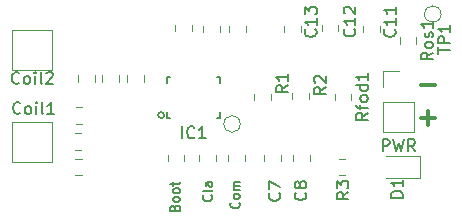
<source format=gbr>
G04 #@! TF.GenerationSoftware,KiCad,Pcbnew,(5.1.5-0-10_14)*
G04 #@! TF.CreationDate,2020-05-14T00:27:54+02:00*
G04 #@! TF.ProjectId,final,66696e61-6c2e-46b6-9963-61645f706362,rev?*
G04 #@! TF.SameCoordinates,Original*
G04 #@! TF.FileFunction,Legend,Top*
G04 #@! TF.FilePolarity,Positive*
%FSLAX46Y46*%
G04 Gerber Fmt 4.6, Leading zero omitted, Abs format (unit mm)*
G04 Created by KiCad (PCBNEW (5.1.5-0-10_14)) date 2020-05-14 00:27:54*
%MOMM*%
%LPD*%
G04 APERTURE LIST*
%ADD10C,0.300000*%
%ADD11C,0.150000*%
%ADD12C,0.120000*%
G04 APERTURE END LIST*
D10*
X55028571Y-20907142D02*
X56171428Y-20907142D01*
X55028571Y-23707142D02*
X56171428Y-23707142D01*
X55600000Y-24278571D02*
X55600000Y-23135714D01*
D11*
X39585714Y-30847619D02*
X39623809Y-30885714D01*
X39661904Y-31000000D01*
X39661904Y-31076190D01*
X39623809Y-31190476D01*
X39547619Y-31266666D01*
X39471428Y-31304761D01*
X39319047Y-31342857D01*
X39204761Y-31342857D01*
X39052380Y-31304761D01*
X38976190Y-31266666D01*
X38900000Y-31190476D01*
X38861904Y-31076190D01*
X38861904Y-31000000D01*
X38900000Y-30885714D01*
X38938095Y-30847619D01*
X39661904Y-30390476D02*
X39623809Y-30466666D01*
X39585714Y-30504761D01*
X39509523Y-30542857D01*
X39280952Y-30542857D01*
X39204761Y-30504761D01*
X39166666Y-30466666D01*
X39128571Y-30390476D01*
X39128571Y-30276190D01*
X39166666Y-30200000D01*
X39204761Y-30161904D01*
X39280952Y-30123809D01*
X39509523Y-30123809D01*
X39585714Y-30161904D01*
X39623809Y-30200000D01*
X39661904Y-30276190D01*
X39661904Y-30390476D01*
X39661904Y-29780952D02*
X39128571Y-29780952D01*
X39204761Y-29780952D02*
X39166666Y-29742857D01*
X39128571Y-29666666D01*
X39128571Y-29552380D01*
X39166666Y-29476190D01*
X39242857Y-29438095D01*
X39661904Y-29438095D01*
X39242857Y-29438095D02*
X39166666Y-29400000D01*
X39128571Y-29323809D01*
X39128571Y-29209523D01*
X39166666Y-29133333D01*
X39242857Y-29095238D01*
X39661904Y-29095238D01*
X37235714Y-30223809D02*
X37273809Y-30261904D01*
X37311904Y-30376190D01*
X37311904Y-30452380D01*
X37273809Y-30566666D01*
X37197619Y-30642857D01*
X37121428Y-30680952D01*
X36969047Y-30719047D01*
X36854761Y-30719047D01*
X36702380Y-30680952D01*
X36626190Y-30642857D01*
X36550000Y-30566666D01*
X36511904Y-30452380D01*
X36511904Y-30376190D01*
X36550000Y-30261904D01*
X36588095Y-30223809D01*
X37311904Y-29766666D02*
X37273809Y-29842857D01*
X37197619Y-29880952D01*
X36511904Y-29880952D01*
X37311904Y-29119047D02*
X36892857Y-29119047D01*
X36816666Y-29157142D01*
X36778571Y-29233333D01*
X36778571Y-29385714D01*
X36816666Y-29461904D01*
X37273809Y-29119047D02*
X37311904Y-29195238D01*
X37311904Y-29385714D01*
X37273809Y-29461904D01*
X37197619Y-29500000D01*
X37121428Y-29500000D01*
X37045238Y-29461904D01*
X37007142Y-29385714D01*
X37007142Y-29195238D01*
X36969047Y-29119047D01*
X34142857Y-31295238D02*
X34180952Y-31180952D01*
X34219047Y-31142857D01*
X34295238Y-31104761D01*
X34409523Y-31104761D01*
X34485714Y-31142857D01*
X34523809Y-31180952D01*
X34561904Y-31257142D01*
X34561904Y-31561904D01*
X33761904Y-31561904D01*
X33761904Y-31295238D01*
X33800000Y-31219047D01*
X33838095Y-31180952D01*
X33914285Y-31142857D01*
X33990476Y-31142857D01*
X34066666Y-31180952D01*
X34104761Y-31219047D01*
X34142857Y-31295238D01*
X34142857Y-31561904D01*
X34561904Y-30647619D02*
X34523809Y-30723809D01*
X34485714Y-30761904D01*
X34409523Y-30800000D01*
X34180952Y-30800000D01*
X34104761Y-30761904D01*
X34066666Y-30723809D01*
X34028571Y-30647619D01*
X34028571Y-30533333D01*
X34066666Y-30457142D01*
X34104761Y-30419047D01*
X34180952Y-30380952D01*
X34409523Y-30380952D01*
X34485714Y-30419047D01*
X34523809Y-30457142D01*
X34561904Y-30533333D01*
X34561904Y-30647619D01*
X34561904Y-29923809D02*
X34523809Y-30000000D01*
X34485714Y-30038095D01*
X34409523Y-30076190D01*
X34180952Y-30076190D01*
X34104761Y-30038095D01*
X34066666Y-30000000D01*
X34028571Y-29923809D01*
X34028571Y-29809523D01*
X34066666Y-29733333D01*
X34104761Y-29695238D01*
X34180952Y-29657142D01*
X34409523Y-29657142D01*
X34485714Y-29695238D01*
X34523809Y-29733333D01*
X34561904Y-29809523D01*
X34561904Y-29923809D01*
X34028571Y-29428571D02*
X34028571Y-29123809D01*
X33761904Y-29314285D02*
X34447619Y-29314285D01*
X34523809Y-29276190D01*
X34561904Y-29200000D01*
X34561904Y-29123809D01*
D12*
X53190000Y-16863748D02*
X53190000Y-17386252D01*
X54610000Y-16863748D02*
X54610000Y-17386252D01*
X47690000Y-21638748D02*
X47690000Y-22161252D01*
X49110000Y-21638748D02*
X49110000Y-22161252D01*
X48548752Y-27140000D02*
X48026248Y-27140000D01*
X48548752Y-28560000D02*
X48026248Y-28560000D01*
X45510000Y-22086252D02*
X45510000Y-21563748D01*
X44090000Y-22086252D02*
X44090000Y-21563748D01*
X40890000Y-21638748D02*
X40890000Y-22161252D01*
X42310000Y-21638748D02*
X42310000Y-22161252D01*
X40185000Y-16386252D02*
X40185000Y-15863748D01*
X38765000Y-16386252D02*
X38765000Y-15863748D01*
X38690000Y-26813748D02*
X38690000Y-27336252D01*
X40110000Y-26813748D02*
X40110000Y-27336252D01*
X37985000Y-16386252D02*
X37985000Y-15863748D01*
X36565000Y-16386252D02*
X36565000Y-15863748D01*
X36190000Y-26813748D02*
X36190000Y-27336252D01*
X37610000Y-26813748D02*
X37610000Y-27336252D01*
X35610000Y-16361252D02*
X35610000Y-15838748D01*
X34190000Y-16361252D02*
X34190000Y-15838748D01*
X33540000Y-26813748D02*
X33540000Y-27336252D01*
X34960000Y-26813748D02*
X34960000Y-27336252D01*
X44810000Y-16386252D02*
X44810000Y-15863748D01*
X43390000Y-16386252D02*
X43390000Y-15863748D01*
X48010000Y-16311252D02*
X48010000Y-15788748D01*
X46590000Y-16311252D02*
X46590000Y-15788748D01*
X51510000Y-16386252D02*
X51510000Y-15863748D01*
X50090000Y-16386252D02*
X50090000Y-15863748D01*
X44140000Y-26788748D02*
X44140000Y-27311252D01*
X45560000Y-26788748D02*
X45560000Y-27311252D01*
X41690000Y-26813748D02*
X41690000Y-27336252D01*
X43110000Y-26813748D02*
X43110000Y-27336252D01*
X31510000Y-20611252D02*
X31510000Y-20088748D01*
X30090000Y-20611252D02*
X30090000Y-20088748D01*
X27360000Y-20611252D02*
X27360000Y-20088748D01*
X25940000Y-20611252D02*
X25940000Y-20088748D01*
X29410000Y-20611252D02*
X29410000Y-20088748D01*
X27990000Y-20611252D02*
X27990000Y-20088748D01*
X26286252Y-22790000D02*
X25763748Y-22790000D01*
X26286252Y-24210000D02*
X25763748Y-24210000D01*
X26211252Y-24940000D02*
X25688748Y-24940000D01*
X26211252Y-26360000D02*
X25688748Y-26360000D01*
X26261252Y-27140000D02*
X25738748Y-27140000D01*
X26261252Y-28560000D02*
X25738748Y-28560000D01*
X54935000Y-26890000D02*
X52075000Y-26890000D01*
X54935000Y-28810000D02*
X54935000Y-26890000D01*
X52075000Y-28810000D02*
X54935000Y-28810000D01*
X39700000Y-24200000D02*
G75*
G03X39700000Y-24200000I-700000J0D01*
G01*
X56700000Y-14900000D02*
G75*
G03X56700000Y-14900000I-700000J0D01*
G01*
X51770000Y-19720000D02*
X53100000Y-19720000D01*
X51770000Y-21050000D02*
X51770000Y-19720000D01*
X51770000Y-22320000D02*
X54430000Y-22320000D01*
X54430000Y-22320000D02*
X54430000Y-24920000D01*
X51770000Y-22320000D02*
X51770000Y-24920000D01*
X51770000Y-24920000D02*
X54430000Y-24920000D01*
D11*
X33250000Y-23450000D02*
G75*
G03X33250000Y-23450000I-250000J0D01*
G01*
X33500000Y-23200000D02*
X33500000Y-23700000D01*
X33500000Y-23700000D02*
X33750000Y-23700000D01*
X37750000Y-23700000D02*
X38000000Y-23700000D01*
X38000000Y-23700000D02*
X38000000Y-23200000D01*
X38000000Y-20700000D02*
X38000000Y-20200000D01*
X38000000Y-20200000D02*
X37750000Y-20200000D01*
X33750000Y-20200000D02*
X33500000Y-20200000D01*
X33500000Y-20200000D02*
X33500000Y-20700000D01*
D12*
X23800000Y-16250000D02*
X23800000Y-19650000D01*
X20400000Y-16250000D02*
X23800000Y-16250000D01*
X20400000Y-19650000D02*
X20400000Y-16250000D01*
X23800000Y-19650000D02*
X20400000Y-19650000D01*
X23800000Y-24000000D02*
X23800000Y-27400000D01*
X20400000Y-24000000D02*
X23800000Y-24000000D01*
X20400000Y-27400000D02*
X20400000Y-24000000D01*
X23800000Y-27400000D02*
X20400000Y-27400000D01*
D11*
X56002380Y-18148809D02*
X55526190Y-18482142D01*
X56002380Y-18720238D02*
X55002380Y-18720238D01*
X55002380Y-18339285D01*
X55050000Y-18244047D01*
X55097619Y-18196428D01*
X55192857Y-18148809D01*
X55335714Y-18148809D01*
X55430952Y-18196428D01*
X55478571Y-18244047D01*
X55526190Y-18339285D01*
X55526190Y-18720238D01*
X56002380Y-17577380D02*
X55954761Y-17672619D01*
X55907142Y-17720238D01*
X55811904Y-17767857D01*
X55526190Y-17767857D01*
X55430952Y-17720238D01*
X55383333Y-17672619D01*
X55335714Y-17577380D01*
X55335714Y-17434523D01*
X55383333Y-17339285D01*
X55430952Y-17291666D01*
X55526190Y-17244047D01*
X55811904Y-17244047D01*
X55907142Y-17291666D01*
X55954761Y-17339285D01*
X56002380Y-17434523D01*
X56002380Y-17577380D01*
X55954761Y-16863095D02*
X56002380Y-16767857D01*
X56002380Y-16577380D01*
X55954761Y-16482142D01*
X55859523Y-16434523D01*
X55811904Y-16434523D01*
X55716666Y-16482142D01*
X55669047Y-16577380D01*
X55669047Y-16720238D01*
X55621428Y-16815476D01*
X55526190Y-16863095D01*
X55478571Y-16863095D01*
X55383333Y-16815476D01*
X55335714Y-16720238D01*
X55335714Y-16577380D01*
X55383333Y-16482142D01*
X56002380Y-15482142D02*
X56002380Y-16053571D01*
X56002380Y-15767857D02*
X55002380Y-15767857D01*
X55145238Y-15863095D01*
X55240476Y-15958333D01*
X55288095Y-16053571D01*
X50502380Y-23257142D02*
X50026190Y-23590476D01*
X50502380Y-23828571D02*
X49502380Y-23828571D01*
X49502380Y-23447619D01*
X49550000Y-23352380D01*
X49597619Y-23304761D01*
X49692857Y-23257142D01*
X49835714Y-23257142D01*
X49930952Y-23304761D01*
X49978571Y-23352380D01*
X50026190Y-23447619D01*
X50026190Y-23828571D01*
X49835714Y-22971428D02*
X49835714Y-22590476D01*
X50502380Y-22828571D02*
X49645238Y-22828571D01*
X49550000Y-22780952D01*
X49502380Y-22685714D01*
X49502380Y-22590476D01*
X50502380Y-22114285D02*
X50454761Y-22209523D01*
X50407142Y-22257142D01*
X50311904Y-22304761D01*
X50026190Y-22304761D01*
X49930952Y-22257142D01*
X49883333Y-22209523D01*
X49835714Y-22114285D01*
X49835714Y-21971428D01*
X49883333Y-21876190D01*
X49930952Y-21828571D01*
X50026190Y-21780952D01*
X50311904Y-21780952D01*
X50407142Y-21828571D01*
X50454761Y-21876190D01*
X50502380Y-21971428D01*
X50502380Y-22114285D01*
X50502380Y-20923809D02*
X49502380Y-20923809D01*
X50454761Y-20923809D02*
X50502380Y-21019047D01*
X50502380Y-21209523D01*
X50454761Y-21304761D01*
X50407142Y-21352380D01*
X50311904Y-21400000D01*
X50026190Y-21400000D01*
X49930952Y-21352380D01*
X49883333Y-21304761D01*
X49835714Y-21209523D01*
X49835714Y-21019047D01*
X49883333Y-20923809D01*
X50502380Y-19923809D02*
X50502380Y-20495238D01*
X50502380Y-20209523D02*
X49502380Y-20209523D01*
X49645238Y-20304761D01*
X49740476Y-20400000D01*
X49788095Y-20495238D01*
X48852380Y-29966666D02*
X48376190Y-30300000D01*
X48852380Y-30538095D02*
X47852380Y-30538095D01*
X47852380Y-30157142D01*
X47900000Y-30061904D01*
X47947619Y-30014285D01*
X48042857Y-29966666D01*
X48185714Y-29966666D01*
X48280952Y-30014285D01*
X48328571Y-30061904D01*
X48376190Y-30157142D01*
X48376190Y-30538095D01*
X47852380Y-29633333D02*
X47852380Y-29014285D01*
X48233333Y-29347619D01*
X48233333Y-29204761D01*
X48280952Y-29109523D01*
X48328571Y-29061904D01*
X48423809Y-29014285D01*
X48661904Y-29014285D01*
X48757142Y-29061904D01*
X48804761Y-29109523D01*
X48852380Y-29204761D01*
X48852380Y-29490476D01*
X48804761Y-29585714D01*
X48757142Y-29633333D01*
X46952380Y-21079166D02*
X46476190Y-21412500D01*
X46952380Y-21650595D02*
X45952380Y-21650595D01*
X45952380Y-21269642D01*
X46000000Y-21174404D01*
X46047619Y-21126785D01*
X46142857Y-21079166D01*
X46285714Y-21079166D01*
X46380952Y-21126785D01*
X46428571Y-21174404D01*
X46476190Y-21269642D01*
X46476190Y-21650595D01*
X46047619Y-20698214D02*
X46000000Y-20650595D01*
X45952380Y-20555357D01*
X45952380Y-20317261D01*
X46000000Y-20222023D01*
X46047619Y-20174404D01*
X46142857Y-20126785D01*
X46238095Y-20126785D01*
X46380952Y-20174404D01*
X46952380Y-20745833D01*
X46952380Y-20126785D01*
X43727380Y-20929166D02*
X43251190Y-21262500D01*
X43727380Y-21500595D02*
X42727380Y-21500595D01*
X42727380Y-21119642D01*
X42775000Y-21024404D01*
X42822619Y-20976785D01*
X42917857Y-20929166D01*
X43060714Y-20929166D01*
X43155952Y-20976785D01*
X43203571Y-21024404D01*
X43251190Y-21119642D01*
X43251190Y-21500595D01*
X43727380Y-19976785D02*
X43727380Y-20548214D01*
X43727380Y-20262500D02*
X42727380Y-20262500D01*
X42870238Y-20357738D01*
X42965476Y-20452976D01*
X43013095Y-20548214D01*
X46057142Y-16192857D02*
X46104761Y-16240476D01*
X46152380Y-16383333D01*
X46152380Y-16478571D01*
X46104761Y-16621428D01*
X46009523Y-16716666D01*
X45914285Y-16764285D01*
X45723809Y-16811904D01*
X45580952Y-16811904D01*
X45390476Y-16764285D01*
X45295238Y-16716666D01*
X45200000Y-16621428D01*
X45152380Y-16478571D01*
X45152380Y-16383333D01*
X45200000Y-16240476D01*
X45247619Y-16192857D01*
X46152380Y-15240476D02*
X46152380Y-15811904D01*
X46152380Y-15526190D02*
X45152380Y-15526190D01*
X45295238Y-15621428D01*
X45390476Y-15716666D01*
X45438095Y-15811904D01*
X45152380Y-14907142D02*
X45152380Y-14288095D01*
X45533333Y-14621428D01*
X45533333Y-14478571D01*
X45580952Y-14383333D01*
X45628571Y-14335714D01*
X45723809Y-14288095D01*
X45961904Y-14288095D01*
X46057142Y-14335714D01*
X46104761Y-14383333D01*
X46152380Y-14478571D01*
X46152380Y-14764285D01*
X46104761Y-14859523D01*
X46057142Y-14907142D01*
X49357142Y-16167857D02*
X49404761Y-16215476D01*
X49452380Y-16358333D01*
X49452380Y-16453571D01*
X49404761Y-16596428D01*
X49309523Y-16691666D01*
X49214285Y-16739285D01*
X49023809Y-16786904D01*
X48880952Y-16786904D01*
X48690476Y-16739285D01*
X48595238Y-16691666D01*
X48500000Y-16596428D01*
X48452380Y-16453571D01*
X48452380Y-16358333D01*
X48500000Y-16215476D01*
X48547619Y-16167857D01*
X49452380Y-15215476D02*
X49452380Y-15786904D01*
X49452380Y-15501190D02*
X48452380Y-15501190D01*
X48595238Y-15596428D01*
X48690476Y-15691666D01*
X48738095Y-15786904D01*
X48547619Y-14834523D02*
X48500000Y-14786904D01*
X48452380Y-14691666D01*
X48452380Y-14453571D01*
X48500000Y-14358333D01*
X48547619Y-14310714D01*
X48642857Y-14263095D01*
X48738095Y-14263095D01*
X48880952Y-14310714D01*
X49452380Y-14882142D01*
X49452380Y-14263095D01*
X52757142Y-16192857D02*
X52804761Y-16240476D01*
X52852380Y-16383333D01*
X52852380Y-16478571D01*
X52804761Y-16621428D01*
X52709523Y-16716666D01*
X52614285Y-16764285D01*
X52423809Y-16811904D01*
X52280952Y-16811904D01*
X52090476Y-16764285D01*
X51995238Y-16716666D01*
X51900000Y-16621428D01*
X51852380Y-16478571D01*
X51852380Y-16383333D01*
X51900000Y-16240476D01*
X51947619Y-16192857D01*
X52852380Y-15240476D02*
X52852380Y-15811904D01*
X52852380Y-15526190D02*
X51852380Y-15526190D01*
X51995238Y-15621428D01*
X52090476Y-15716666D01*
X52138095Y-15811904D01*
X52852380Y-14288095D02*
X52852380Y-14859523D01*
X52852380Y-14573809D02*
X51852380Y-14573809D01*
X51995238Y-14669047D01*
X52090476Y-14764285D01*
X52138095Y-14859523D01*
X45207142Y-30016666D02*
X45254761Y-30064285D01*
X45302380Y-30207142D01*
X45302380Y-30302380D01*
X45254761Y-30445238D01*
X45159523Y-30540476D01*
X45064285Y-30588095D01*
X44873809Y-30635714D01*
X44730952Y-30635714D01*
X44540476Y-30588095D01*
X44445238Y-30540476D01*
X44350000Y-30445238D01*
X44302380Y-30302380D01*
X44302380Y-30207142D01*
X44350000Y-30064285D01*
X44397619Y-30016666D01*
X44730952Y-29445238D02*
X44683333Y-29540476D01*
X44635714Y-29588095D01*
X44540476Y-29635714D01*
X44492857Y-29635714D01*
X44397619Y-29588095D01*
X44350000Y-29540476D01*
X44302380Y-29445238D01*
X44302380Y-29254761D01*
X44350000Y-29159523D01*
X44397619Y-29111904D01*
X44492857Y-29064285D01*
X44540476Y-29064285D01*
X44635714Y-29111904D01*
X44683333Y-29159523D01*
X44730952Y-29254761D01*
X44730952Y-29445238D01*
X44778571Y-29540476D01*
X44826190Y-29588095D01*
X44921428Y-29635714D01*
X45111904Y-29635714D01*
X45207142Y-29588095D01*
X45254761Y-29540476D01*
X45302380Y-29445238D01*
X45302380Y-29254761D01*
X45254761Y-29159523D01*
X45207142Y-29111904D01*
X45111904Y-29064285D01*
X44921428Y-29064285D01*
X44826190Y-29111904D01*
X44778571Y-29159523D01*
X44730952Y-29254761D01*
X43007142Y-30066666D02*
X43054761Y-30114285D01*
X43102380Y-30257142D01*
X43102380Y-30352380D01*
X43054761Y-30495238D01*
X42959523Y-30590476D01*
X42864285Y-30638095D01*
X42673809Y-30685714D01*
X42530952Y-30685714D01*
X42340476Y-30638095D01*
X42245238Y-30590476D01*
X42150000Y-30495238D01*
X42102380Y-30352380D01*
X42102380Y-30257142D01*
X42150000Y-30114285D01*
X42197619Y-30066666D01*
X42102380Y-29733333D02*
X42102380Y-29066666D01*
X43102380Y-29495238D01*
X53452380Y-30438095D02*
X52452380Y-30438095D01*
X52452380Y-30200000D01*
X52500000Y-30057142D01*
X52595238Y-29961904D01*
X52690476Y-29914285D01*
X52880952Y-29866666D01*
X53023809Y-29866666D01*
X53214285Y-29914285D01*
X53309523Y-29961904D01*
X53404761Y-30057142D01*
X53452380Y-30200000D01*
X53452380Y-30438095D01*
X53452380Y-28914285D02*
X53452380Y-29485714D01*
X53452380Y-29200000D02*
X52452380Y-29200000D01*
X52595238Y-29295238D01*
X52690476Y-29390476D01*
X52738095Y-29485714D01*
X56452380Y-18261904D02*
X56452380Y-17690476D01*
X57452380Y-17976190D02*
X56452380Y-17976190D01*
X57452380Y-17357142D02*
X56452380Y-17357142D01*
X56452380Y-16976190D01*
X56500000Y-16880952D01*
X56547619Y-16833333D01*
X56642857Y-16785714D01*
X56785714Y-16785714D01*
X56880952Y-16833333D01*
X56928571Y-16880952D01*
X56976190Y-16976190D01*
X56976190Y-17357142D01*
X57452380Y-15833333D02*
X57452380Y-16404761D01*
X57452380Y-16119047D02*
X56452380Y-16119047D01*
X56595238Y-16214285D01*
X56690476Y-16309523D01*
X56738095Y-16404761D01*
X51766666Y-26502380D02*
X51766666Y-25502380D01*
X52147619Y-25502380D01*
X52242857Y-25550000D01*
X52290476Y-25597619D01*
X52338095Y-25692857D01*
X52338095Y-25835714D01*
X52290476Y-25930952D01*
X52242857Y-25978571D01*
X52147619Y-26026190D01*
X51766666Y-26026190D01*
X52671428Y-25502380D02*
X52909523Y-26502380D01*
X53100000Y-25788095D01*
X53290476Y-26502380D01*
X53528571Y-25502380D01*
X54480952Y-26502380D02*
X54147619Y-26026190D01*
X53909523Y-26502380D02*
X53909523Y-25502380D01*
X54290476Y-25502380D01*
X54385714Y-25550000D01*
X54433333Y-25597619D01*
X54480952Y-25692857D01*
X54480952Y-25835714D01*
X54433333Y-25930952D01*
X54385714Y-25978571D01*
X54290476Y-26026190D01*
X53909523Y-26026190D01*
X34773809Y-25402380D02*
X34773809Y-24402380D01*
X35821428Y-25307142D02*
X35773809Y-25354761D01*
X35630952Y-25402380D01*
X35535714Y-25402380D01*
X35392857Y-25354761D01*
X35297619Y-25259523D01*
X35250000Y-25164285D01*
X35202380Y-24973809D01*
X35202380Y-24830952D01*
X35250000Y-24640476D01*
X35297619Y-24545238D01*
X35392857Y-24450000D01*
X35535714Y-24402380D01*
X35630952Y-24402380D01*
X35773809Y-24450000D01*
X35821428Y-24497619D01*
X36773809Y-25402380D02*
X36202380Y-25402380D01*
X36488095Y-25402380D02*
X36488095Y-24402380D01*
X36392857Y-24545238D01*
X36297619Y-24640476D01*
X36202380Y-24688095D01*
X20980952Y-20705142D02*
X20933333Y-20752761D01*
X20790476Y-20800380D01*
X20695238Y-20800380D01*
X20552380Y-20752761D01*
X20457142Y-20657523D01*
X20409523Y-20562285D01*
X20361904Y-20371809D01*
X20361904Y-20228952D01*
X20409523Y-20038476D01*
X20457142Y-19943238D01*
X20552380Y-19848000D01*
X20695238Y-19800380D01*
X20790476Y-19800380D01*
X20933333Y-19848000D01*
X20980952Y-19895619D01*
X21552380Y-20800380D02*
X21457142Y-20752761D01*
X21409523Y-20705142D01*
X21361904Y-20609904D01*
X21361904Y-20324190D01*
X21409523Y-20228952D01*
X21457142Y-20181333D01*
X21552380Y-20133714D01*
X21695238Y-20133714D01*
X21790476Y-20181333D01*
X21838095Y-20228952D01*
X21885714Y-20324190D01*
X21885714Y-20609904D01*
X21838095Y-20705142D01*
X21790476Y-20752761D01*
X21695238Y-20800380D01*
X21552380Y-20800380D01*
X22314285Y-20800380D02*
X22314285Y-20133714D01*
X22314285Y-19800380D02*
X22266666Y-19848000D01*
X22314285Y-19895619D01*
X22361904Y-19848000D01*
X22314285Y-19800380D01*
X22314285Y-19895619D01*
X22933333Y-20800380D02*
X22838095Y-20752761D01*
X22790476Y-20657523D01*
X22790476Y-19800380D01*
X23266666Y-19895619D02*
X23314285Y-19848000D01*
X23409523Y-19800380D01*
X23647619Y-19800380D01*
X23742857Y-19848000D01*
X23790476Y-19895619D01*
X23838095Y-19990857D01*
X23838095Y-20086095D01*
X23790476Y-20228952D01*
X23219047Y-20800380D01*
X23838095Y-20800380D01*
X21080952Y-23257142D02*
X21033333Y-23304761D01*
X20890476Y-23352380D01*
X20795238Y-23352380D01*
X20652380Y-23304761D01*
X20557142Y-23209523D01*
X20509523Y-23114285D01*
X20461904Y-22923809D01*
X20461904Y-22780952D01*
X20509523Y-22590476D01*
X20557142Y-22495238D01*
X20652380Y-22400000D01*
X20795238Y-22352380D01*
X20890476Y-22352380D01*
X21033333Y-22400000D01*
X21080952Y-22447619D01*
X21652380Y-23352380D02*
X21557142Y-23304761D01*
X21509523Y-23257142D01*
X21461904Y-23161904D01*
X21461904Y-22876190D01*
X21509523Y-22780952D01*
X21557142Y-22733333D01*
X21652380Y-22685714D01*
X21795238Y-22685714D01*
X21890476Y-22733333D01*
X21938095Y-22780952D01*
X21985714Y-22876190D01*
X21985714Y-23161904D01*
X21938095Y-23257142D01*
X21890476Y-23304761D01*
X21795238Y-23352380D01*
X21652380Y-23352380D01*
X22414285Y-23352380D02*
X22414285Y-22685714D01*
X22414285Y-22352380D02*
X22366666Y-22400000D01*
X22414285Y-22447619D01*
X22461904Y-22400000D01*
X22414285Y-22352380D01*
X22414285Y-22447619D01*
X23033333Y-23352380D02*
X22938095Y-23304761D01*
X22890476Y-23209523D01*
X22890476Y-22352380D01*
X23938095Y-23352380D02*
X23366666Y-23352380D01*
X23652380Y-23352380D02*
X23652380Y-22352380D01*
X23557142Y-22495238D01*
X23461904Y-22590476D01*
X23366666Y-22638095D01*
M02*

</source>
